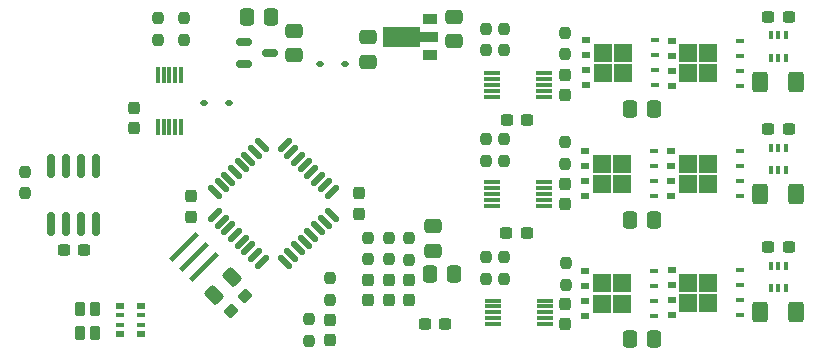
<source format=gbr>
%TF.GenerationSoftware,KiCad,Pcbnew,(7.0.0)*%
%TF.CreationDate,2023-06-11T18:09:50+09:00*%
%TF.ProjectId,rMDU,724d4455-2e6b-4696-9361-645f70636258,rev?*%
%TF.SameCoordinates,Original*%
%TF.FileFunction,Paste,Top*%
%TF.FilePolarity,Positive*%
%FSLAX46Y46*%
G04 Gerber Fmt 4.6, Leading zero omitted, Abs format (unit mm)*
G04 Created by KiCad (PCBNEW (7.0.0)) date 2023-06-11 18:09:50*
%MOMM*%
%LPD*%
G01*
G04 APERTURE LIST*
G04 Aperture macros list*
%AMRoundRect*
0 Rectangle with rounded corners*
0 $1 Rounding radius*
0 $2 $3 $4 $5 $6 $7 $8 $9 X,Y pos of 4 corners*
0 Add a 4 corners polygon primitive as box body*
4,1,4,$2,$3,$4,$5,$6,$7,$8,$9,$2,$3,0*
0 Add four circle primitives for the rounded corners*
1,1,$1+$1,$2,$3*
1,1,$1+$1,$4,$5*
1,1,$1+$1,$6,$7*
1,1,$1+$1,$8,$9*
0 Add four rect primitives between the rounded corners*
20,1,$1+$1,$2,$3,$4,$5,0*
20,1,$1+$1,$4,$5,$6,$7,0*
20,1,$1+$1,$6,$7,$8,$9,0*
20,1,$1+$1,$8,$9,$2,$3,0*%
%AMRotRect*
0 Rectangle, with rotation*
0 The origin of the aperture is its center*
0 $1 length*
0 $2 width*
0 $3 Rotation angle, in degrees counterclockwise*
0 Add horizontal line*
21,1,$1,$2,0,0,$3*%
%AMFreePoly0*
4,1,9,3.862500,-0.866500,0.737500,-0.866500,0.737500,-0.450000,-0.737500,-0.450000,-0.737500,0.450000,0.737500,0.450000,0.737500,0.866500,3.862500,0.866500,3.862500,-0.866500,3.862500,-0.866500,$1*%
G04 Aperture macros list end*
%ADD10RoundRect,0.237500X-0.237500X0.250000X-0.237500X-0.250000X0.237500X-0.250000X0.237500X0.250000X0*%
%ADD11RoundRect,0.237500X-0.237500X0.300000X-0.237500X-0.300000X0.237500X-0.300000X0.237500X0.300000X0*%
%ADD12RoundRect,0.250000X0.337500X0.475000X-0.337500X0.475000X-0.337500X-0.475000X0.337500X-0.475000X0*%
%ADD13RoundRect,0.237500X0.300000X0.237500X-0.300000X0.237500X-0.300000X-0.237500X0.300000X-0.237500X0*%
%ADD14R,0.400000X0.650000*%
%ADD15RoundRect,0.125000X-0.353553X-0.530330X0.530330X0.353553X0.353553X0.530330X-0.530330X-0.353553X0*%
%ADD16RoundRect,0.125000X0.353553X-0.530330X0.530330X-0.353553X-0.353553X0.530330X-0.530330X0.353553X0*%
%ADD17R,1.500000X1.500000*%
%ADD18R,0.750000X0.500000*%
%ADD19R,0.750000X0.400000*%
%ADD20RoundRect,0.150000X0.150000X-0.825000X0.150000X0.825000X-0.150000X0.825000X-0.150000X-0.825000X0*%
%ADD21RoundRect,0.237500X-0.300000X-0.237500X0.300000X-0.237500X0.300000X0.237500X-0.300000X0.237500X0*%
%ADD22RoundRect,0.237500X0.237500X-0.300000X0.237500X0.300000X-0.237500X0.300000X-0.237500X-0.300000X0*%
%ADD23RoundRect,0.237500X0.237500X-0.250000X0.237500X0.250000X-0.237500X0.250000X-0.237500X-0.250000X0*%
%ADD24RoundRect,0.250000X0.475000X-0.337500X0.475000X0.337500X-0.475000X0.337500X-0.475000X-0.337500X0*%
%ADD25RoundRect,0.250000X-0.337500X-0.475000X0.337500X-0.475000X0.337500X0.475000X-0.337500X0.475000X0*%
%ADD26R,1.300000X0.900000*%
%ADD27FreePoly0,180.000000*%
%ADD28R,0.300000X1.400000*%
%ADD29RoundRect,0.112500X-0.187500X-0.112500X0.187500X-0.112500X0.187500X0.112500X-0.187500X0.112500X0*%
%ADD30R,0.800000X0.500000*%
%ADD31R,0.800000X0.400000*%
%ADD32RotRect,0.400000X3.200000X315.000000*%
%ADD33RoundRect,0.250000X-0.475000X0.337500X-0.475000X-0.337500X0.475000X-0.337500X0.475000X0.337500X0*%
%ADD34R,1.400000X0.300000*%
%ADD35RoundRect,0.150000X-0.512500X-0.150000X0.512500X-0.150000X0.512500X0.150000X-0.512500X0.150000X0*%
%ADD36RoundRect,0.250000X-0.097227X0.574524X-0.574524X0.097227X0.097227X-0.574524X0.574524X-0.097227X0*%
%ADD37RoundRect,0.225000X0.225000X-0.375000X0.225000X0.375000X-0.225000X0.375000X-0.225000X-0.375000X0*%
%ADD38RoundRect,0.237500X-0.035355X-0.371231X0.371231X0.035355X0.035355X0.371231X-0.371231X-0.035355X0*%
%ADD39RoundRect,0.250000X-0.400000X-0.625000X0.400000X-0.625000X0.400000X0.625000X-0.400000X0.625000X0*%
%ADD40RoundRect,0.112500X0.187500X0.112500X-0.187500X0.112500X-0.187500X-0.112500X0.187500X-0.112500X0*%
G04 APERTURE END LIST*
D10*
%TO.C,R18*%
X2974874Y15143624D03*
X2974874Y13318624D03*
%TD*%
D11*
%TO.C,C16*%
X31224874Y13337374D03*
X31224874Y11612374D03*
%TD*%
%TO.C,C14*%
X32000000Y6025000D03*
X32000000Y4300000D03*
%TD*%
D12*
%TO.C,C6*%
X23799874Y28299874D03*
X21724874Y28299874D03*
%TD*%
D13*
%TO.C,C28*%
X7952374Y8500000D03*
X6227374Y8500000D03*
%TD*%
D14*
%TO.C,U10*%
X67399999Y7199999D03*
X66749999Y7199999D03*
X66099999Y7199999D03*
X66099999Y5299999D03*
X66749999Y5299999D03*
X67399999Y5299999D03*
%TD*%
%TO.C,U8*%
X67399999Y17199999D03*
X66749999Y17199999D03*
X66099999Y17199999D03*
X66099999Y15299999D03*
X66749999Y15299999D03*
X67399999Y15299999D03*
%TD*%
D15*
%TO.C,U6*%
X19042804Y11502602D03*
X19608490Y10936917D03*
X20174175Y10371231D03*
X20739860Y9805546D03*
X21305546Y9239860D03*
X21871231Y8674175D03*
X22436917Y8108490D03*
X23002602Y7542804D03*
D16*
X24947146Y7542804D03*
X25512831Y8108490D03*
X26078517Y8674175D03*
X26644202Y9239860D03*
X27209888Y9805546D03*
X27775573Y10371231D03*
X28341258Y10936917D03*
X28906944Y11502602D03*
D15*
X28906944Y13447146D03*
X28341258Y14012831D03*
X27775573Y14578517D03*
X27209888Y15144202D03*
X26644202Y15709888D03*
X26078517Y16275573D03*
X25512831Y16841258D03*
X24947146Y17406944D03*
D16*
X23002602Y17406944D03*
X22436917Y16841258D03*
X21871231Y16275573D03*
X21305546Y15709888D03*
X20739860Y15144202D03*
X20174175Y14578517D03*
X19608490Y14012831D03*
X19042804Y13447146D03*
%TD*%
D17*
%TO.C,Q4*%
X60754999Y14149999D03*
X60754999Y15849999D03*
X59054999Y14149999D03*
X59054999Y15849999D03*
D18*
X57649999Y13094999D03*
X57649999Y14364999D03*
X57649999Y15634999D03*
X57649999Y16904999D03*
D19*
X63454999Y13094999D03*
X63454999Y14364999D03*
X63454999Y15634999D03*
X63454999Y16904999D03*
%TD*%
D20*
%TO.C,U11*%
X5184874Y10731124D03*
X6454874Y10731124D03*
X7724874Y10731124D03*
X8994874Y10731124D03*
X8994874Y15681124D03*
X7724874Y15681124D03*
X6454874Y15681124D03*
X5184874Y15681124D03*
%TD*%
D21*
%TO.C,C21*%
X65887500Y18750000D03*
X67612500Y18750000D03*
%TD*%
D22*
%TO.C,C17*%
X16974874Y11362374D03*
X16974874Y13087374D03*
%TD*%
D23*
%TO.C,R19*%
X14184874Y26312374D03*
X14184874Y28137374D03*
%TD*%
D21*
%TO.C,C26*%
X65887500Y28250000D03*
X67612500Y28250000D03*
%TD*%
D17*
%TO.C,Q1*%
X53554999Y23549999D03*
X53554999Y25249999D03*
X51854999Y23549999D03*
X51854999Y25249999D03*
D18*
X50449999Y22494999D03*
X50449999Y23764999D03*
X50449999Y25034999D03*
X50449999Y26304999D03*
D19*
X56254999Y22494999D03*
X56254999Y23764999D03*
X56254999Y25034999D03*
X56254999Y26304999D03*
%TD*%
D12*
%TO.C,C3*%
X39287500Y6500000D03*
X37212500Y6500000D03*
%TD*%
D10*
%TO.C,R17*%
X35500000Y9550000D03*
X35500000Y7725000D03*
%TD*%
D23*
%TO.C,R5*%
X42000000Y25425000D03*
X42000000Y27250000D03*
%TD*%
D24*
%TO.C,C4*%
X32000000Y24462500D03*
X32000000Y26537500D03*
%TD*%
D21*
%TO.C,C18*%
X43737500Y19500000D03*
X45462500Y19500000D03*
%TD*%
D23*
%TO.C,R4*%
X48700000Y25087500D03*
X48700000Y26912500D03*
%TD*%
D25*
%TO.C,C12*%
X54162500Y20500000D03*
X56237500Y20500000D03*
%TD*%
D26*
%TO.C,U2*%
X37249999Y25049873D03*
D27*
X37162500Y26549874D03*
D26*
X37249999Y28049873D03*
%TD*%
D11*
%TO.C,C11*%
X48700000Y23362500D03*
X48700000Y21637500D03*
%TD*%
D28*
%TO.C,U12*%
X16184873Y23374873D03*
X15684873Y23374873D03*
X15184873Y23374873D03*
X14684873Y23374873D03*
X14184873Y23374873D03*
X14184873Y18974873D03*
X14684873Y18974873D03*
X15184873Y18974873D03*
X15684873Y18974873D03*
X16184873Y18974873D03*
%TD*%
D17*
%TO.C,Q3*%
X53504999Y14149999D03*
X53504999Y15849999D03*
X51804999Y14149999D03*
X51804999Y15849999D03*
D18*
X50399999Y13094999D03*
X50399999Y14364999D03*
X50399999Y15634999D03*
X50399999Y16904999D03*
D19*
X56204999Y13094999D03*
X56204999Y14364999D03*
X56204999Y15634999D03*
X56204999Y16904999D03*
%TD*%
D21*
%TO.C,C23*%
X43700000Y10000000D03*
X45425000Y10000000D03*
%TD*%
D23*
%TO.C,R13*%
X43500000Y6087500D03*
X43500000Y7912500D03*
%TD*%
D29*
%TO.C,D2*%
X27962374Y24299874D03*
X30062374Y24299874D03*
%TD*%
D23*
%TO.C,R3*%
X43500000Y25425000D03*
X43500000Y27250000D03*
%TD*%
D14*
%TO.C,U5*%
X67399999Y26699999D03*
X66749999Y26699999D03*
X66099999Y26699999D03*
X66099999Y24799999D03*
X66749999Y24799999D03*
X67399999Y24799999D03*
%TD*%
D30*
%TO.C,RN1*%
X12799999Y1399999D03*
D31*
X12799999Y2199999D03*
X12799999Y2999999D03*
D30*
X12799999Y3799999D03*
X10999999Y3799999D03*
D31*
X10999999Y2999999D03*
X10999999Y2199999D03*
D30*
X10999999Y1399999D03*
%TD*%
D32*
%TO.C,Y1*%
X16376345Y8823401D03*
X17224873Y7974873D03*
X18073401Y7126345D03*
%TD*%
D11*
%TO.C,C22*%
X33750000Y6025000D03*
X33750000Y4300000D03*
%TD*%
D33*
%TO.C,C1*%
X37500000Y10537500D03*
X37500000Y8462500D03*
%TD*%
D34*
%TO.C,U7*%
X46899999Y12249999D03*
X46899999Y12749999D03*
X46899999Y13249999D03*
X46899999Y13749999D03*
X46899999Y14249999D03*
X42499999Y14249999D03*
X42499999Y13749999D03*
X42499999Y13249999D03*
X42499999Y12749999D03*
X42499999Y12249999D03*
%TD*%
D33*
%TO.C,C2*%
X39250000Y28287500D03*
X39250000Y26212500D03*
%TD*%
D23*
%TO.C,R9*%
X48700000Y15837500D03*
X48700000Y17662500D03*
%TD*%
D21*
%TO.C,C13*%
X65887500Y8750000D03*
X67612500Y8750000D03*
%TD*%
D11*
%TO.C,C29*%
X12184874Y20587374D03*
X12184874Y18862374D03*
%TD*%
D10*
%TO.C,R1*%
X28750000Y6162500D03*
X28750000Y4337500D03*
%TD*%
D11*
%TO.C,C19*%
X48700000Y14112500D03*
X48700000Y12387500D03*
%TD*%
%TO.C,C7*%
X28750000Y2612500D03*
X28750000Y887500D03*
%TD*%
%TO.C,C27*%
X35500000Y6000000D03*
X35500000Y4275000D03*
%TD*%
D17*
%TO.C,Q5*%
X53504999Y3999999D03*
X53504999Y5699999D03*
X51804999Y3999999D03*
X51804999Y5699999D03*
D18*
X50399999Y2944999D03*
X50399999Y4214999D03*
X50399999Y5484999D03*
X50399999Y6754999D03*
D19*
X56204999Y2944999D03*
X56204999Y4214999D03*
X56204999Y5484999D03*
X56204999Y6754999D03*
%TD*%
D23*
%TO.C,R20*%
X16434874Y26312374D03*
X16434874Y28137374D03*
%TD*%
%TO.C,R10*%
X42000000Y16087500D03*
X42000000Y17912500D03*
%TD*%
D35*
%TO.C,U13*%
X21462500Y26150000D03*
X21462500Y24250000D03*
X23737500Y25200000D03*
%TD*%
D25*
%TO.C,C20*%
X54162500Y11100000D03*
X56237500Y11100000D03*
%TD*%
D21*
%TO.C,C10*%
X36800000Y2300000D03*
X38525000Y2300000D03*
%TD*%
D23*
%TO.C,R15*%
X42000000Y6087500D03*
X42000000Y7912500D03*
%TD*%
%TO.C,R8*%
X43500000Y16087500D03*
X43500000Y17912500D03*
%TD*%
D25*
%TO.C,C25*%
X54162500Y1000000D03*
X56237500Y1000000D03*
%TD*%
D10*
%TO.C,R2*%
X27000000Y2662500D03*
X27000000Y837500D03*
%TD*%
D36*
%TO.C,C15*%
X20458497Y6208497D03*
X18991251Y4741251D03*
%TD*%
D24*
%TO.C,C5*%
X25762374Y25012374D03*
X25762374Y27087374D03*
%TD*%
D37*
%TO.C,D1*%
X7650000Y1500000D03*
X7650000Y3500000D03*
X8900000Y3500000D03*
X8900000Y1500000D03*
%TD*%
D10*
%TO.C,R7*%
X32000000Y9575000D03*
X32000000Y7750000D03*
%TD*%
D17*
%TO.C,Q2*%
X60804999Y23499999D03*
X60804999Y25199999D03*
X59104999Y23499999D03*
X59104999Y25199999D03*
D18*
X57699999Y22444999D03*
X57699999Y23714999D03*
X57699999Y24984999D03*
X57699999Y26254999D03*
D19*
X63504999Y22444999D03*
X63504999Y23714999D03*
X63504999Y24984999D03*
X63504999Y26254999D03*
%TD*%
D38*
%TO.C,FB1*%
X20356156Y3356156D03*
X21593592Y4593592D03*
%TD*%
D10*
%TO.C,R12*%
X33750000Y9575000D03*
X33750000Y7750000D03*
%TD*%
D39*
%TO.C,R6*%
X65150000Y22750000D03*
X68250000Y22750000D03*
%TD*%
D11*
%TO.C,C24*%
X48700000Y3975000D03*
X48700000Y2250000D03*
%TD*%
D17*
%TO.C,Q6*%
X60804999Y4049999D03*
X60804999Y5749999D03*
X59104999Y4049999D03*
X59104999Y5749999D03*
D18*
X57699999Y2994999D03*
X57699999Y4264999D03*
X57699999Y5534999D03*
X57699999Y6804999D03*
D19*
X63504999Y2994999D03*
X63504999Y4264999D03*
X63504999Y5534999D03*
X63504999Y6804999D03*
%TD*%
D34*
%TO.C,U4*%
X46899999Y21499999D03*
X46899999Y21999999D03*
X46899999Y22499999D03*
X46899999Y22999999D03*
X46899999Y23499999D03*
X42499999Y23499999D03*
X42499999Y22999999D03*
X42499999Y22499999D03*
X42499999Y21999999D03*
X42499999Y21499999D03*
%TD*%
D23*
%TO.C,R14*%
X48750000Y5587500D03*
X48750000Y7412500D03*
%TD*%
D39*
%TO.C,R11*%
X65150000Y13250000D03*
X68250000Y13250000D03*
%TD*%
D34*
%TO.C,U9*%
X46949999Y2249999D03*
X46949999Y2749999D03*
X46949999Y3249999D03*
X46949999Y3749999D03*
X46949999Y4249999D03*
X42549999Y4249999D03*
X42549999Y3749999D03*
X42549999Y3249999D03*
X42549999Y2749999D03*
X42549999Y2249999D03*
%TD*%
D40*
%TO.C,D3*%
X20234874Y20974874D03*
X18134874Y20974874D03*
%TD*%
D39*
%TO.C,R16*%
X65150000Y3250000D03*
X68250000Y3250000D03*
%TD*%
M02*

</source>
